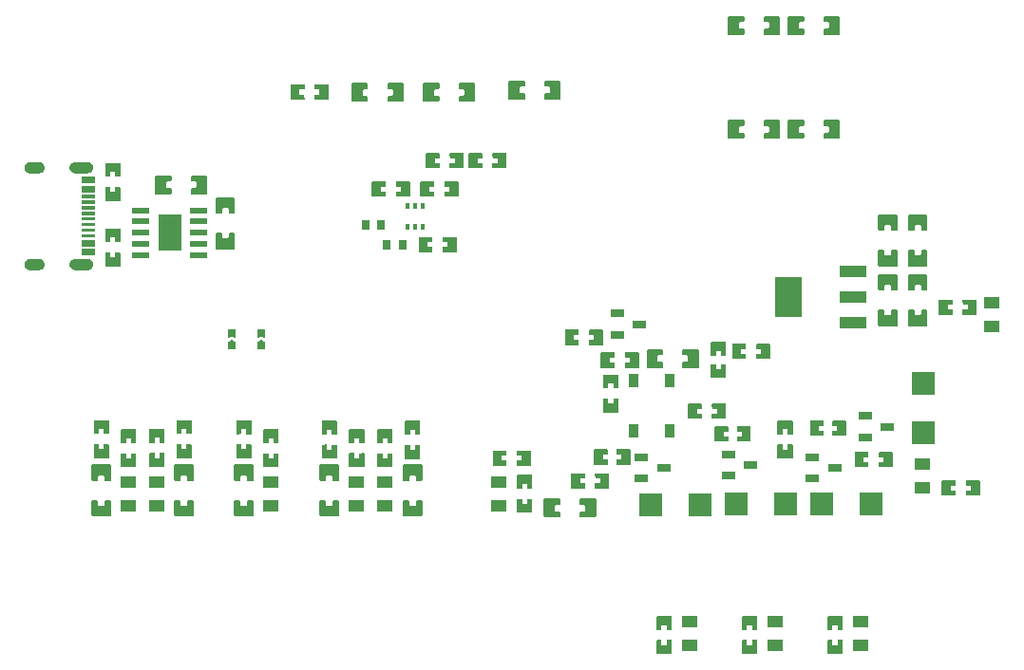
<source format=gtp>
G04 Layer: TopPasteMaskLayer*
G04 EasyEDA Pro v2.2.32.3, 2024-11-04 22:23:50*
G04 Gerber Generator version 0.3*
G04 Scale: 100 percent, Rotated: No, Reflected: No*
G04 Dimensions in millimeters*
G04 Leading zeros omitted, absolute positions, 3 integers and 5 decimals*
%FSLAX35Y35*%
%MOMM*%
%AMPolygonMacro1*4,1,5,-0.35052,0.41275,0.35052,0.41275,0.35052,-0.41275,0.0,-0.18669,-0.35052,-0.41275,-0.35052,0.41275,0*%
%AMPolygonMacro2*4,1,5,-0.35052,0.18669,0.0,0.41275,0.35052,0.18669,0.35052,-0.41275,-0.35052,-0.41275,-0.35052,0.18669,0*%
%ADD10R,1.64X0.55999*%
%ADD11R,2.1X3.29999*%
%ADD12R,0.8X0.9*%
%ADD13R,0.8X0.9*%
%ADD14R,0.41999X0.6*%
%ADD15R,0.41999X0.6*%
%ADD16R,1.39954X1.0*%
%ADD17R,1.39954X1.0*%
%ADD18R,2.46499X1.05001*%
%ADD19R,2.4641X3.54*%
%ADD20R,2.46499X3.54*%
%ADD21R,2.0X2.0*%
%ADD22R,1.25001X0.7*%
%ADD23R,2.0X2.0*%
%ADD24R,0.9X1.3*%
%ADD25PolygonMacro1*%
%ADD26PolygonMacro2*%
G75*


G04 PolygonModel Start*
G36*
G01X1672501Y-1714701D02*
G01X1672501Y-1677675D01*
G01X1682501Y-1667675D01*
G01X1712991Y-1667675D01*
G01X1722991Y-1657675D01*
G01X1722991Y-1618925D01*
G01X1712991Y-1608925D01*
G01X1682501Y-1608925D01*
G01X1672501Y-1598925D01*
G01X1672501Y-1561899D01*
G01X1682501Y-1551899D01*
G01X1811000Y-1551899D01*
G01X1821000Y-1561899D01*
G01X1821000Y-1714701D01*
G01X1811000Y-1724701D01*
G01X1682501Y-1724701D01*
G01X1672501Y-1714701D01*
G37*
G36*
G01X1502499Y-1714701D02*
G01X1502499Y-1677675D01*
G01X1492499Y-1667675D01*
G01X1462009Y-1667675D01*
G01X1452009Y-1657675D01*
G01X1452009Y-1618925D01*
G01X1462009Y-1608925D01*
G01X1492499Y-1608925D01*
G01X1502499Y-1598925D01*
G01X1502499Y-1561899D01*
G01X1492499Y-1551899D01*
G01X1364000Y-1551899D01*
G01X1354000Y-1561899D01*
G01X1354000Y-1714701D01*
G01X1364000Y-1724701D01*
G01X1492499Y-1724701D01*
G01X1502499Y-1714701D01*
G37*
G36*
G01X1904799Y-2066201D02*
G01X1941825Y-2066201D01*
G01X1951825Y-2076201D01*
G01X1951825Y-2106691D01*
G01X1961825Y-2116691D01*
G01X2000575Y-2116691D01*
G01X2010575Y-2106691D01*
G01X2010575Y-2076201D01*
G01X2020575Y-2066201D01*
G01X2057601Y-2066201D01*
G01X2067601Y-2076201D01*
G01X2067601Y-2204700D01*
G01X2057601Y-2214700D01*
G01X1904799Y-2214700D01*
G01X1894799Y-2204700D01*
G01X1894799Y-2076201D01*
G01X1904799Y-2066201D01*
G37*
G36*
G01X1904799Y-1896199D02*
G01X1941825Y-1896199D01*
G01X1951825Y-1886199D01*
G01X1951825Y-1855709D01*
G01X1961825Y-1845709D01*
G01X2000575Y-1845709D01*
G01X2010575Y-1855709D01*
G01X2010575Y-1886199D01*
G01X2020575Y-1896199D01*
G01X2057601Y-1896199D01*
G01X2067601Y-1886199D01*
G01X2067601Y-1757700D01*
G01X2057601Y-1747700D01*
G01X1904799Y-1747700D01*
G01X1894799Y-1757700D01*
G01X1894799Y-1886199D01*
G01X1904799Y-1896199D01*
G37*
G36*
G01X1041900Y-2367102D02*
G01X913902Y-2367102D01*
G01X908901Y-2362101D01*
G01X908901Y-2247100D01*
G01X913902Y-2242101D01*
G01X954905Y-2241598D01*
G01X954905Y-2286599D01*
G01X999904Y-2286599D01*
G01X999904Y-2242599D01*
G01X1041900Y-2242101D01*
G01X1046902Y-2247100D01*
G01X1046902Y-2362101D01*
G01X1041900Y-2367102D01*
G37*
G36*
G01X1041900Y-2152101D02*
G01X999904Y-2152099D01*
G01X999904Y-2107601D01*
G01X954905Y-2107601D01*
G01X954905Y-2151598D01*
G01X913902Y-2152101D01*
G01X908901Y-2147100D01*
G01X908901Y-2032102D01*
G01X913902Y-2027100D01*
G01X1041900Y-2027100D01*
G01X1046902Y-2032102D01*
G01X1046902Y-2147100D01*
G01X1041900Y-2152101D01*
G37*
G36*
G01X913900Y-1442898D02*
G01X1041898Y-1442898D01*
G01X1046899Y-1447899D01*
G01X1046899Y-1562900D01*
G01X1041898Y-1567899D01*
G01X1000895Y-1568402D01*
G01X1000895Y-1523401D01*
G01X955896Y-1523401D01*
G01X955896Y-1567401D01*
G01X913900Y-1567899D01*
G01X908898Y-1562900D01*
G01X908898Y-1447899D01*
G01X913900Y-1442898D01*
G37*
G36*
G01X913900Y-1657899D02*
G01X955896Y-1657901D01*
G01X955896Y-1702399D01*
G01X1000895Y-1702399D01*
G01X1000895Y-1658402D01*
G01X1041898Y-1657899D01*
G01X1046899Y-1662900D01*
G01X1046899Y-1777898D01*
G01X1041898Y-1782900D01*
G01X913900Y-1782900D01*
G01X908898Y-1777898D01*
G01X908898Y-1662900D01*
G01X913900Y-1657899D01*
G37*
G36*
G01X822681Y-1567706D02*
G01X822681Y-1627706D01*
G01X698678Y-1627706D01*
G01X698678Y-1567706D01*
G01X822681Y-1567706D01*
G37*
G36*
G01X822681Y-1647706D02*
G01X822681Y-1707711D01*
G01X698678Y-1707711D01*
G01X698678Y-1647706D01*
G01X822681Y-1647706D01*
G37*
G36*
G01X822681Y-1727708D02*
G01X822681Y-1757710D01*
G01X698678Y-1757710D01*
G01X698678Y-1727708D01*
G01X822681Y-1727708D01*
G37*
G36*
G01X822681Y-1777708D02*
G01X822681Y-1807710D01*
G01X698678Y-1807710D01*
G01X698678Y-1777708D01*
G01X822681Y-1777708D01*
G37*
G36*
G01X822681Y-1827708D02*
G01X822681Y-1857713D01*
G01X698678Y-1857713D01*
G01X698678Y-1827708D01*
G01X822681Y-1827708D01*
G37*
G36*
G01X822681Y-1877713D02*
G01X822681Y-1907713D01*
G01X698678Y-1907713D01*
G01X698678Y-1877713D01*
G01X822681Y-1877713D01*
G37*
G36*
G01X822681Y-1927713D02*
G01X822681Y-1957708D01*
G01X698678Y-1957708D01*
G01X698678Y-1927713D01*
G01X822681Y-1927713D01*
G37*
G36*
G01X822681Y-1977705D02*
G01X822681Y-2007705D01*
G01X698678Y-2007705D01*
G01X698678Y-1977705D01*
G01X822681Y-1977705D01*
G37*
G36*
G01X822681Y-2027705D02*
G01X822681Y-2057705D01*
G01X698678Y-2057705D01*
G01X698678Y-2027705D01*
G01X822681Y-2027705D01*
G37*
G36*
G01X822681Y-2077705D02*
G01X822681Y-2107705D01*
G01X698678Y-2107705D01*
G01X698678Y-2077705D01*
G01X822681Y-2077705D01*
G37*
G36*
G01X822681Y-2127705D02*
G01X822681Y-2187707D01*
G01X698678Y-2187707D01*
G01X698678Y-2127705D01*
G01X822681Y-2127705D01*
G37*
G36*
G01X822681Y-2207707D02*
G01X822681Y-2267707D01*
G01X698678Y-2267707D01*
G01X698678Y-2207707D01*
G01X822681Y-2207707D01*
G37*
G36*
G01X803562Y-1489438D02*
G01X803686Y-1486944D01*
G01X803686Y-1484450D01*
G01X803562Y-1481963D01*
G01X803311Y-1479481D01*
G01X802940Y-1477015D01*
G01X802447Y-1474574D01*
G01X801827Y-1472161D01*
G01X801096Y-1469774D01*
G01X800240Y-1467432D01*
G01X799275Y-1465138D01*
G01X798190Y-1462890D01*
G01X797001Y-1460703D01*
G01X795703Y-1458575D01*
G01X794299Y-1456515D01*
G01X792787Y-1454526D01*
G01X791187Y-1452613D01*
G01X789493Y-1450787D01*
G01X787710Y-1449050D01*
G01X785838Y-1447394D01*
G01X783890Y-1445842D01*
G01X781868Y-1444389D01*
G01X779772Y-1443037D01*
G01X777613Y-1441790D01*
G01X775393Y-1440650D01*
G01X773120Y-1439626D01*
G01X770801Y-1438714D01*
G01X768436Y-1437924D01*
G01X766039Y-1437246D01*
G01X763610Y-1436687D01*
G01X761152Y-1436258D01*
G01X758678Y-1435948D01*
G01X756194Y-1435763D01*
G01X753699Y-1435699D01*
G01X643697Y-1435699D01*
G01X641208Y-1435763D01*
G01X638719Y-1435948D01*
G01X636242Y-1436258D01*
G01X633791Y-1436687D01*
G01X631363Y-1437246D01*
G01X628960Y-1437924D01*
G01X626595Y-1438714D01*
G01X624276Y-1439626D01*
G01X622000Y-1440650D01*
G01X619788Y-1441790D01*
G01X617629Y-1443037D01*
G01X615533Y-1444389D01*
G01X613507Y-1445842D01*
G01X611556Y-1447394D01*
G01X609691Y-1449050D01*
G01X607901Y-1450787D01*
G01X606209Y-1452613D01*
G01X604609Y-1454526D01*
G01X603103Y-1456515D01*
G01X601698Y-1458575D01*
G01X600395Y-1460703D01*
G01X599204Y-1462890D01*
G01X598119Y-1465138D01*
G01X597154Y-1467432D01*
G01X596301Y-1469774D01*
G01X595567Y-1472161D01*
G01X594949Y-1474574D01*
G01X594457Y-1477015D01*
G01X594086Y-1479481D01*
G01X593839Y-1481963D01*
G01X593715Y-1484450D01*
G01X593715Y-1486944D01*
G01X593839Y-1489438D01*
G01X594086Y-1491920D01*
G01X594457Y-1494384D01*
G01X594949Y-1496825D01*
G01X595567Y-1499240D01*
G01X596301Y-1501620D01*
G01X597154Y-1503967D01*
G01X598119Y-1506263D01*
G01X599204Y-1508514D01*
G01X600395Y-1510701D01*
G01X601698Y-1512824D01*
G01X603103Y-1514886D01*
G01X604609Y-1516873D01*
G01X606209Y-1518785D01*
G01X607901Y-1520612D01*
G01X609691Y-1522349D01*
G01X611556Y-1524000D01*
G01X613507Y-1525557D01*
G01X615533Y-1527015D01*
G01X617629Y-1528366D01*
G01X619788Y-1529611D01*
G01X622000Y-1530749D01*
G01X624276Y-1531772D01*
G01X626595Y-1532684D01*
G01X628960Y-1533479D01*
G01X631363Y-1534152D01*
G01X633791Y-1534706D01*
G01X636242Y-1535140D01*
G01X638719Y-1535453D01*
G01X641208Y-1535638D01*
G01X643697Y-1535699D01*
G01X753699Y-1535699D01*
G01X756194Y-1535638D01*
G01X758678Y-1535453D01*
G01X761152Y-1535140D01*
G01X763610Y-1534706D01*
G01X766039Y-1534152D01*
G01X768436Y-1533479D01*
G01X770801Y-1532684D01*
G01X773120Y-1531772D01*
G01X775393Y-1530749D01*
G01X777613Y-1529611D01*
G01X779772Y-1528366D01*
G01X781868Y-1527015D01*
G01X783890Y-1525557D01*
G01X785838Y-1524000D01*
G01X787710Y-1522349D01*
G01X789493Y-1520612D01*
G01X791187Y-1518785D01*
G01X792787Y-1516873D01*
G01X794299Y-1514886D01*
G01X795703Y-1512824D01*
G01X797001Y-1510701D01*
G01X798190Y-1508514D01*
G01X799275Y-1506263D01*
G01X800240Y-1503967D01*
G01X801096Y-1501620D01*
G01X801827Y-1499240D01*
G01X802447Y-1496825D01*
G01X802940Y-1494384D01*
G01X803311Y-1491920D01*
G01X803562Y-1489438D01*
G37*
G36*
G01X370556Y-1489438D02*
G01X370677Y-1486944D01*
G01X370677Y-1484450D01*
G01X370556Y-1481963D01*
G01X370302Y-1479481D01*
G01X369933Y-1477015D01*
G01X369438Y-1474574D01*
G01X368826Y-1472161D01*
G01X368089Y-1469774D01*
G01X367238Y-1467432D01*
G01X366268Y-1465138D01*
G01X365189Y-1462890D01*
G01X363995Y-1460703D01*
G01X362694Y-1458575D01*
G01X361290Y-1456515D01*
G01X359786Y-1454526D01*
G01X358178Y-1452613D01*
G01X356486Y-1450787D01*
G01X354703Y-1449050D01*
G01X352831Y-1447394D01*
G01X350883Y-1445842D01*
G01X348859Y-1444389D01*
G01X346766Y-1443037D01*
G01X344604Y-1441790D01*
G01X342387Y-1440650D01*
G01X340114Y-1439626D01*
G01X337792Y-1438714D01*
G01X335427Y-1437924D01*
G01X333030Y-1437246D01*
G01X330601Y-1436687D01*
G01X328145Y-1436258D01*
G01X325669Y-1435948D01*
G01X323185Y-1435763D01*
G01X320693Y-1435699D01*
G01X240690Y-1435699D01*
G01X238196Y-1435763D01*
G01X235712Y-1435948D01*
G01X233238Y-1436258D01*
G01X230782Y-1436687D01*
G01X228351Y-1437246D01*
G01X225953Y-1437924D01*
G01X223589Y-1438714D01*
G01X221270Y-1439626D01*
G01X218996Y-1440650D01*
G01X216776Y-1441790D01*
G01X214622Y-1443037D01*
G01X212522Y-1444389D01*
G01X210500Y-1445842D01*
G01X208552Y-1447394D01*
G01X206685Y-1449050D01*
G01X204897Y-1450787D01*
G01X203203Y-1452613D01*
G01X201602Y-1454526D01*
G01X200094Y-1456515D01*
G01X198689Y-1458575D01*
G01X197388Y-1460703D01*
G01X196200Y-1462890D01*
G01X195115Y-1465138D01*
G01X194150Y-1467432D01*
G01X193294Y-1469774D01*
G01X192562Y-1472161D01*
G01X191945Y-1474574D01*
G01X191450Y-1477015D01*
G01X191079Y-1479481D01*
G01X190833Y-1481963D01*
G01X190706Y-1484450D01*
G01X190706Y-1486944D01*
G01X190833Y-1489438D01*
G01X191079Y-1491920D01*
G01X191450Y-1494384D01*
G01X191945Y-1496825D01*
G01X192562Y-1499240D01*
G01X193294Y-1501620D01*
G01X194150Y-1503967D01*
G01X195115Y-1506263D01*
G01X196200Y-1508514D01*
G01X197388Y-1510701D01*
G01X198689Y-1512824D01*
G01X200094Y-1514886D01*
G01X201602Y-1516873D01*
G01X203203Y-1518785D01*
G01X204897Y-1520612D01*
G01X206685Y-1522349D01*
G01X208552Y-1524000D01*
G01X210500Y-1525557D01*
G01X212522Y-1527015D01*
G01X214622Y-1528366D01*
G01X216776Y-1529611D01*
G01X218996Y-1530749D01*
G01X221270Y-1531772D01*
G01X223589Y-1532684D01*
G01X225953Y-1533479D01*
G01X228351Y-1534152D01*
G01X230782Y-1534706D01*
G01X233238Y-1535140D01*
G01X235712Y-1535453D01*
G01X238196Y-1535638D01*
G01X240690Y-1535699D01*
G01X320693Y-1535699D01*
G01X323185Y-1535638D01*
G01X325669Y-1535453D01*
G01X328145Y-1535140D01*
G01X330601Y-1534706D01*
G01X333030Y-1534152D01*
G01X335427Y-1533479D01*
G01X337792Y-1532684D01*
G01X340114Y-1531772D01*
G01X342387Y-1530749D01*
G01X344604Y-1529611D01*
G01X346766Y-1528366D01*
G01X348859Y-1527015D01*
G01X350883Y-1525557D01*
G01X352831Y-1524000D01*
G01X354703Y-1522349D01*
G01X356486Y-1520612D01*
G01X358178Y-1518785D01*
G01X359786Y-1516873D01*
G01X361290Y-1514886D01*
G01X362694Y-1512824D01*
G01X363995Y-1510701D01*
G01X365189Y-1508514D01*
G01X366268Y-1506263D01*
G01X367238Y-1503967D01*
G01X368089Y-1501620D01*
G01X368826Y-1499240D01*
G01X369438Y-1496825D01*
G01X369933Y-1494384D01*
G01X370302Y-1491920D01*
G01X370556Y-1489438D01*
G37*
G36*
G01X803562Y-2353445D02*
G01X803686Y-2350950D01*
G01X803686Y-2348461D01*
G01X803562Y-2345972D01*
G01X803311Y-2343490D01*
G01X802940Y-2341027D01*
G01X802447Y-2338583D01*
G01X801827Y-2336165D01*
G01X801096Y-2333785D01*
G01X800240Y-2331438D01*
G01X799275Y-2329142D01*
G01X798190Y-2326891D01*
G01X797001Y-2324710D01*
G01X795703Y-2322581D01*
G01X794299Y-2320519D01*
G01X792787Y-2318532D01*
G01X791187Y-2316620D01*
G01X789493Y-2314796D01*
G01X787710Y-2313056D01*
G01X785838Y-2311400D01*
G01X783890Y-2309851D01*
G01X781868Y-2308390D01*
G01X779772Y-2307041D01*
G01X777613Y-2305797D01*
G01X775393Y-2304656D01*
G01X773120Y-2303635D01*
G01X770801Y-2302723D01*
G01X768436Y-2301926D01*
G01X766039Y-2301253D01*
G01X763610Y-2300699D01*
G01X761152Y-2300265D01*
G01X758678Y-2299957D01*
G01X756194Y-2299767D01*
G01X753699Y-2299708D01*
G01X643697Y-2299708D01*
G01X641208Y-2299767D01*
G01X638719Y-2299957D01*
G01X636242Y-2300265D01*
G01X633791Y-2300699D01*
G01X631363Y-2301253D01*
G01X628960Y-2301926D01*
G01X626595Y-2302723D01*
G01X624276Y-2303635D01*
G01X622000Y-2304656D01*
G01X619788Y-2305797D01*
G01X617629Y-2307041D01*
G01X615533Y-2308390D01*
G01X613507Y-2309851D01*
G01X611556Y-2311400D01*
G01X609691Y-2313056D01*
G01X607901Y-2314796D01*
G01X606209Y-2316620D01*
G01X604609Y-2318532D01*
G01X603103Y-2320519D01*
G01X601698Y-2322581D01*
G01X600395Y-2324710D01*
G01X599204Y-2326891D01*
G01X598119Y-2329142D01*
G01X597154Y-2331438D01*
G01X596301Y-2333785D01*
G01X595567Y-2336165D01*
G01X594949Y-2338583D01*
G01X594457Y-2341027D01*
G01X594086Y-2343490D01*
G01X593839Y-2345972D01*
G01X593715Y-2348461D01*
G01X593715Y-2350950D01*
G01X593839Y-2353445D01*
G01X594086Y-2355924D01*
G01X594457Y-2358390D01*
G01X594949Y-2360833D01*
G01X595567Y-2363244D01*
G01X596301Y-2365626D01*
G01X597154Y-2367973D01*
G01X598119Y-2370272D01*
G01X599204Y-2372517D01*
G01X600395Y-2374709D01*
G01X601698Y-2376830D01*
G01X603103Y-2378890D01*
G01X604609Y-2380879D01*
G01X606209Y-2382792D01*
G01X607901Y-2384621D01*
G01X609691Y-2386355D01*
G01X611556Y-2388011D01*
G01X613507Y-2389563D01*
G01X615533Y-2391019D01*
G01X617629Y-2392368D01*
G01X619788Y-2393620D01*
G01X622000Y-2394755D01*
G01X624276Y-2395781D01*
G01X626595Y-2396691D01*
G01X628960Y-2397483D01*
G01X631363Y-2398159D01*
G01X633791Y-2398712D01*
G01X636242Y-2399147D01*
G01X638719Y-2399459D01*
G01X641208Y-2399642D01*
G01X643697Y-2399706D01*
G01X753699Y-2399706D01*
G01X756194Y-2399642D01*
G01X758678Y-2399459D01*
G01X761152Y-2399147D01*
G01X763610Y-2398712D01*
G01X766039Y-2398159D01*
G01X768436Y-2397483D01*
G01X770801Y-2396691D01*
G01X773120Y-2395781D01*
G01X775393Y-2394755D01*
G01X777613Y-2393620D01*
G01X779772Y-2392368D01*
G01X781868Y-2391019D01*
G01X783890Y-2389563D01*
G01X785838Y-2388011D01*
G01X787710Y-2386355D01*
G01X789493Y-2384621D01*
G01X791187Y-2382792D01*
G01X792787Y-2380879D01*
G01X794299Y-2378890D01*
G01X795703Y-2376830D01*
G01X797001Y-2374709D01*
G01X798190Y-2372517D01*
G01X799275Y-2370272D01*
G01X800240Y-2367973D01*
G01X801096Y-2365626D01*
G01X801827Y-2363244D01*
G01X802447Y-2360833D01*
G01X802940Y-2358390D01*
G01X803311Y-2355924D01*
G01X803562Y-2353445D01*
G37*
G36*
G01X370556Y-2353445D02*
G01X370677Y-2350950D01*
G01X370677Y-2348461D01*
G01X370556Y-2345972D01*
G01X370302Y-2343490D01*
G01X369933Y-2341027D01*
G01X369438Y-2338583D01*
G01X368826Y-2336165D01*
G01X368089Y-2333785D01*
G01X367238Y-2331438D01*
G01X366268Y-2329142D01*
G01X365189Y-2326891D01*
G01X363995Y-2324710D01*
G01X362694Y-2322581D01*
G01X361290Y-2320519D01*
G01X359786Y-2318532D01*
G01X358178Y-2316620D01*
G01X356486Y-2314796D01*
G01X354703Y-2313056D01*
G01X352831Y-2311400D01*
G01X350883Y-2309851D01*
G01X348859Y-2308390D01*
G01X346766Y-2307041D01*
G01X344604Y-2305797D01*
G01X342387Y-2304656D01*
G01X340114Y-2303635D01*
G01X337792Y-2302723D01*
G01X335427Y-2301926D01*
G01X333030Y-2301253D01*
G01X330601Y-2300699D01*
G01X328145Y-2300265D01*
G01X325669Y-2299957D01*
G01X323185Y-2299767D01*
G01X320693Y-2299708D01*
G01X240690Y-2299708D01*
G01X238196Y-2299767D01*
G01X235712Y-2299957D01*
G01X233238Y-2300265D01*
G01X230782Y-2300699D01*
G01X228351Y-2301253D01*
G01X225953Y-2301926D01*
G01X223589Y-2302723D01*
G01X221270Y-2303635D01*
G01X218996Y-2304656D01*
G01X216776Y-2305797D01*
G01X214622Y-2307041D01*
G01X212522Y-2308390D01*
G01X210500Y-2309851D01*
G01X208552Y-2311400D01*
G01X206685Y-2313056D01*
G01X204897Y-2314796D01*
G01X203203Y-2316620D01*
G01X201602Y-2318532D01*
G01X200094Y-2320519D01*
G01X198689Y-2322581D01*
G01X197388Y-2324710D01*
G01X196200Y-2326891D01*
G01X195115Y-2329142D01*
G01X194150Y-2331438D01*
G01X193294Y-2333785D01*
G01X192562Y-2336165D01*
G01X191945Y-2338583D01*
G01X191450Y-2341027D01*
G01X191079Y-2343490D01*
G01X190833Y-2345972D01*
G01X190706Y-2348461D01*
G01X190706Y-2350950D01*
G01X190833Y-2353445D01*
G01X191079Y-2355924D01*
G01X191450Y-2358390D01*
G01X191945Y-2360833D01*
G01X192562Y-2363244D01*
G01X193294Y-2365626D01*
G01X194150Y-2367973D01*
G01X195115Y-2370272D01*
G01X196200Y-2372517D01*
G01X197388Y-2374709D01*
G01X198689Y-2376830D01*
G01X200094Y-2378890D01*
G01X201602Y-2380879D01*
G01X203203Y-2382792D01*
G01X204897Y-2384621D01*
G01X206685Y-2386355D01*
G01X208552Y-2388011D01*
G01X210500Y-2389563D01*
G01X212522Y-2391019D01*
G01X214622Y-2392368D01*
G01X216776Y-2393620D01*
G01X218996Y-2394755D01*
G01X221270Y-2395781D01*
G01X223589Y-2396691D01*
G01X225953Y-2397483D01*
G01X228351Y-2398159D01*
G01X230782Y-2398712D01*
G01X233238Y-2399147D01*
G01X235712Y-2399459D01*
G01X238196Y-2399642D01*
G01X240690Y-2399706D01*
G01X320693Y-2399706D01*
G01X323185Y-2399642D01*
G01X325669Y-2399459D01*
G01X328145Y-2399147D01*
G01X330601Y-2398712D01*
G01X333030Y-2398159D01*
G01X335427Y-2397483D01*
G01X337792Y-2396691D01*
G01X340114Y-2395781D01*
G01X342387Y-2394755D01*
G01X344604Y-2393620D01*
G01X346766Y-2392368D01*
G01X348859Y-2391019D01*
G01X350883Y-2389563D01*
G01X352831Y-2388011D01*
G01X354703Y-2386355D01*
G01X356486Y-2384621D01*
G01X358178Y-2382792D01*
G01X359786Y-2380879D01*
G01X361290Y-2378890D01*
G01X362694Y-2376830D01*
G01X363995Y-2374709D01*
G01X365189Y-2372517D01*
G01X366268Y-2370272D01*
G01X367238Y-2367973D01*
G01X368089Y-2365626D01*
G01X368826Y-2363244D01*
G01X369438Y-2360833D01*
G01X369933Y-2358390D01*
G01X370302Y-2355924D01*
G01X370556Y-2353445D01*
G37*
G36*
G01X3703498Y-2235700D02*
G01X3703498Y-2107702D01*
G01X3708499Y-2102701D01*
G01X3823500Y-2102701D01*
G01X3828499Y-2107702D01*
G01X3829002Y-2148705D01*
G01X3784001Y-2148705D01*
G01X3784001Y-2193704D01*
G01X3828001Y-2193704D01*
G01X3828499Y-2235700D01*
G01X3823500Y-2240702D01*
G01X3708499Y-2240702D01*
G01X3703498Y-2235700D01*
G37*
G36*
G01X3918499Y-2235700D02*
G01X3918501Y-2193704D01*
G01X3962999Y-2193704D01*
G01X3962999Y-2148705D01*
G01X3919002Y-2148705D01*
G01X3918499Y-2107702D01*
G01X3923500Y-2102701D01*
G01X4038498Y-2102701D01*
G01X4043500Y-2107702D01*
G01X4043500Y-2235700D01*
G01X4038498Y-2240702D01*
G01X3923500Y-2240702D01*
G01X3918499Y-2235700D01*
G37*
G36*
G01X3626940Y-1612412D02*
G01X3626940Y-1740411D01*
G01X3621938Y-1745412D01*
G01X3506937Y-1745412D01*
G01X3501939Y-1740411D01*
G01X3501436Y-1699407D01*
G01X3546437Y-1699407D01*
G01X3546437Y-1654409D01*
G01X3502436Y-1654409D01*
G01X3501939Y-1612412D01*
G01X3506937Y-1607411D01*
G01X3621938Y-1607411D01*
G01X3626940Y-1612412D01*
G37*
G36*
G01X3411939Y-1612412D02*
G01X3411936Y-1654409D01*
G01X3367438Y-1654409D01*
G01X3367438Y-1699407D01*
G01X3411436Y-1699407D01*
G01X3411939Y-1740411D01*
G01X3406938Y-1745412D01*
G01X3291939Y-1745412D01*
G01X3286938Y-1740411D01*
G01X3286938Y-1612412D01*
G01X3291939Y-1607411D01*
G01X3406938Y-1607411D01*
G01X3411939Y-1612412D01*
G37*
G36*
G01X3718735Y-1740413D02*
G01X3718735Y-1612415D01*
G01X3723737Y-1607414D01*
G01X3838738Y-1607414D01*
G01X3843736Y-1612415D01*
G01X3844239Y-1653418D01*
G01X3799238Y-1653418D01*
G01X3799238Y-1698417D01*
G01X3843238Y-1698417D01*
G01X3843736Y-1740413D01*
G01X3838738Y-1745414D01*
G01X3723737Y-1745414D01*
G01X3718735Y-1740413D01*
G37*
G36*
G01X3933736Y-1740413D02*
G01X3933739Y-1698417D01*
G01X3978237Y-1698417D01*
G01X3978237Y-1653418D01*
G01X3934239Y-1653418D01*
G01X3933736Y-1612415D01*
G01X3938737Y-1607414D01*
G01X4053736Y-1607414D01*
G01X4058737Y-1612415D01*
G01X4058737Y-1740413D01*
G01X4053736Y-1745414D01*
G01X3938737Y-1745414D01*
G01X3933736Y-1740413D01*
G37*
G36*
G01X7480800Y-5824703D02*
G01X7352802Y-5824703D01*
G01X7347801Y-5819701D01*
G01X7347801Y-5704700D01*
G01X7352802Y-5699702D01*
G01X7393805Y-5699199D01*
G01X7393805Y-5744200D01*
G01X7438804Y-5744200D01*
G01X7438804Y-5700199D01*
G01X7480800Y-5699702D01*
G01X7485802Y-5704700D01*
G01X7485802Y-5819701D01*
G01X7480800Y-5824703D01*
G37*
G36*
G01X7480800Y-5609702D02*
G01X7438804Y-5609699D01*
G01X7438804Y-5565201D01*
G01X7393805Y-5565201D01*
G01X7393805Y-5609199D01*
G01X7352802Y-5609702D01*
G01X7347801Y-5604700D01*
G01X7347801Y-5489702D01*
G01X7352802Y-5484701D01*
G01X7480800Y-5484701D01*
G01X7485802Y-5489702D01*
G01X7485802Y-5604700D01*
G01X7480800Y-5609702D01*
G37*
G36*
G01X6777592Y-1219684D02*
G01X6777592Y-1182658D01*
G01X6787592Y-1172658D01*
G01X6818083Y-1172658D01*
G01X6828083Y-1162658D01*
G01X6828083Y-1123908D01*
G01X6818083Y-1113908D01*
G01X6787592Y-1113908D01*
G01X6777592Y-1103908D01*
G01X6777592Y-1066883D01*
G01X6787592Y-1056883D01*
G01X6916091Y-1056883D01*
G01X6926091Y-1066883D01*
G01X6926091Y-1219684D01*
G01X6916091Y-1229684D01*
G01X6787592Y-1229684D01*
G01X6777592Y-1219684D01*
G37*
G36*
G01X6607590Y-1219684D02*
G01X6607590Y-1182658D01*
G01X6597590Y-1172658D01*
G01X6567100Y-1172658D01*
G01X6557100Y-1162658D01*
G01X6557100Y-1123908D01*
G01X6567100Y-1113908D01*
G01X6597590Y-1113908D01*
G01X6607590Y-1103908D01*
G01X6607590Y-1066883D01*
G01X6597590Y-1056883D01*
G01X6469092Y-1056883D01*
G01X6459092Y-1066883D01*
G01X6459092Y-1219684D01*
G01X6469092Y-1229684D01*
G01X6597590Y-1229684D01*
G01X6607590Y-1219684D01*
G37*
G36*
G01X7140990Y-139783D02*
G01X7140990Y-176808D01*
G01X7130990Y-186808D01*
G01X7100500Y-186808D01*
G01X7090500Y-196808D01*
G01X7090500Y-235558D01*
G01X7100500Y-245558D01*
G01X7130990Y-245558D01*
G01X7140990Y-255558D01*
G01X7140990Y-292584D01*
G01X7130990Y-302584D01*
G01X7002492Y-302584D01*
G01X6992492Y-292584D01*
G01X6992492Y-139783D01*
G01X7002492Y-129783D01*
G01X7130990Y-129783D01*
G01X7140990Y-139783D01*
G37*
G36*
G01X7310992Y-139783D02*
G01X7310992Y-176808D01*
G01X7320992Y-186808D01*
G01X7351483Y-186808D01*
G01X7361483Y-196808D01*
G01X7361483Y-235558D01*
G01X7351483Y-245558D01*
G01X7320992Y-245558D01*
G01X7310992Y-255558D01*
G01X7310992Y-292584D01*
G01X7320992Y-302584D01*
G01X7449491Y-302584D01*
G01X7459491Y-292584D01*
G01X7459491Y-139783D01*
G01X7449491Y-129783D01*
G01X7320992Y-129783D01*
G01X7310992Y-139783D01*
G37*
G36*
G01X7310992Y-1219684D02*
G01X7310992Y-1182658D01*
G01X7320992Y-1172658D01*
G01X7351483Y-1172658D01*
G01X7361483Y-1162658D01*
G01X7361483Y-1123908D01*
G01X7351483Y-1113908D01*
G01X7320992Y-1113908D01*
G01X7310992Y-1103908D01*
G01X7310992Y-1066883D01*
G01X7320992Y-1056883D01*
G01X7449491Y-1056883D01*
G01X7459491Y-1066883D01*
G01X7459491Y-1219684D01*
G01X7449491Y-1229684D01*
G01X7320992Y-1229684D01*
G01X7310992Y-1219684D01*
G37*
G36*
G01X7140990Y-1219684D02*
G01X7140990Y-1182658D01*
G01X7130990Y-1172658D01*
G01X7100500Y-1172658D01*
G01X7090500Y-1162658D01*
G01X7090500Y-1123908D01*
G01X7100500Y-1113908D01*
G01X7130990Y-1113908D01*
G01X7140990Y-1103908D01*
G01X7140990Y-1066883D01*
G01X7130990Y-1056883D01*
G01X7002492Y-1056883D01*
G01X6992492Y-1066883D01*
G01X6992492Y-1219684D01*
G01X7002492Y-1229684D01*
G01X7130990Y-1229684D01*
G01X7140990Y-1219684D01*
G37*
G36*
G01X6777598Y-292584D02*
G01X6777598Y-255558D01*
G01X6787598Y-245558D01*
G01X6818088Y-245558D01*
G01X6828088Y-235558D01*
G01X6828088Y-196808D01*
G01X6818088Y-186808D01*
G01X6787598Y-186808D01*
G01X6777598Y-176808D01*
G01X6777598Y-139783D01*
G01X6787598Y-129783D01*
G01X6916096Y-129783D01*
G01X6926096Y-139783D01*
G01X6926096Y-292584D01*
G01X6916096Y-302584D01*
G01X6787598Y-302584D01*
G01X6777598Y-292584D01*
G37*
G36*
G01X6607595Y-292584D02*
G01X6607595Y-255558D01*
G01X6597595Y-245558D01*
G01X6567105Y-245558D01*
G01X6557105Y-235558D01*
G01X6557105Y-196808D01*
G01X6567105Y-186808D01*
G01X6597595Y-186808D01*
G01X6607595Y-176808D01*
G01X6607595Y-139783D01*
G01X6597595Y-129783D01*
G01X6469097Y-129783D01*
G01X6459097Y-139783D01*
G01X6459097Y-292584D01*
G01X6469097Y-302584D01*
G01X6597595Y-302584D01*
G01X6607595Y-292584D01*
G37*
G36*
G01X4060101Y-889201D02*
G01X4060101Y-852175D01*
G01X4070101Y-842175D01*
G01X4100591Y-842175D01*
G01X4110591Y-832175D01*
G01X4110591Y-793425D01*
G01X4100591Y-783425D01*
G01X4070101Y-783425D01*
G01X4060101Y-773425D01*
G01X4060101Y-736399D01*
G01X4070101Y-726399D01*
G01X4198600Y-726399D01*
G01X4208600Y-736399D01*
G01X4208600Y-889201D01*
G01X4198600Y-899201D01*
G01X4070101Y-899201D01*
G01X4060101Y-889201D01*
G37*
G36*
G01X3890099Y-889201D02*
G01X3890099Y-852175D01*
G01X3880099Y-842175D01*
G01X3849609Y-842175D01*
G01X3839609Y-832175D01*
G01X3839609Y-793425D01*
G01X3849609Y-783425D01*
G01X3880099Y-783425D01*
G01X3890099Y-773425D01*
G01X3890099Y-736399D01*
G01X3880099Y-726399D01*
G01X3751600Y-726399D01*
G01X3741600Y-736399D01*
G01X3741600Y-889201D01*
G01X3751600Y-899201D01*
G01X3880099Y-899201D01*
G01X3890099Y-889201D01*
G37*
G36*
G01X4107002Y-1358400D02*
G01X4107002Y-1486398D01*
G01X4102001Y-1491399D01*
G01X3987000Y-1491399D01*
G01X3982001Y-1486398D01*
G01X3981498Y-1445395D01*
G01X4026499Y-1445395D01*
G01X4026499Y-1400396D01*
G01X3982499Y-1400396D01*
G01X3982001Y-1358400D01*
G01X3987000Y-1353398D01*
G01X4102001Y-1353398D01*
G01X4107002Y-1358400D01*
G37*
G36*
G01X3892001Y-1358400D02*
G01X3891999Y-1400396D01*
G01X3847501Y-1400396D01*
G01X3847501Y-1445395D01*
G01X3891498Y-1445395D01*
G01X3892001Y-1486398D01*
G01X3887000Y-1491399D01*
G01X3772002Y-1491399D01*
G01X3767000Y-1486398D01*
G01X3767000Y-1358400D01*
G01X3772002Y-1353398D01*
G01X3887000Y-1353398D01*
G01X3892001Y-1358400D01*
G37*
G36*
G01X8076999Y-2218601D02*
G01X8114025Y-2218601D01*
G01X8124025Y-2228601D01*
G01X8124025Y-2259091D01*
G01X8134025Y-2269091D01*
G01X8172775Y-2269091D01*
G01X8182775Y-2259091D01*
G01X8182775Y-2228601D01*
G01X8192775Y-2218601D01*
G01X8229801Y-2218601D01*
G01X8239801Y-2228601D01*
G01X8239801Y-2357100D01*
G01X8229801Y-2367100D01*
G01X8076999Y-2367100D01*
G01X8066999Y-2357100D01*
G01X8066999Y-2228601D01*
G01X8076999Y-2218601D01*
G37*
G36*
G01X8076999Y-2048599D02*
G01X8114025Y-2048599D01*
G01X8124025Y-2038599D01*
G01X8124025Y-2008109D01*
G01X8134025Y-1998109D01*
G01X8172775Y-1998109D01*
G01X8182775Y-2008109D01*
G01X8182775Y-2038599D01*
G01X8192775Y-2048599D01*
G01X8229801Y-2048599D01*
G01X8239801Y-2038599D01*
G01X8239801Y-1910100D01*
G01X8229801Y-1900100D01*
G01X8076999Y-1900100D01*
G01X8066999Y-1910100D01*
G01X8066999Y-2038599D01*
G01X8076999Y-2048599D01*
G37*
G36*
G01X8229801Y-2581999D02*
G01X8192775Y-2581999D01*
G01X8182775Y-2571999D01*
G01X8182775Y-2541509D01*
G01X8172775Y-2531509D01*
G01X8134025Y-2531509D01*
G01X8124025Y-2541509D01*
G01X8124025Y-2571999D01*
G01X8114025Y-2581999D01*
G01X8076999Y-2581999D01*
G01X8066999Y-2571999D01*
G01X8066999Y-2443500D01*
G01X8076999Y-2433500D01*
G01X8229801Y-2433500D01*
G01X8239801Y-2443500D01*
G01X8239801Y-2571999D01*
G01X8229801Y-2581999D01*
G37*
G36*
G01X8229801Y-2752001D02*
G01X8192775Y-2752001D01*
G01X8182775Y-2762001D01*
G01X8182775Y-2792491D01*
G01X8172775Y-2802491D01*
G01X8134025Y-2802491D01*
G01X8124025Y-2792491D01*
G01X8124025Y-2762001D01*
G01X8114025Y-2752001D01*
G01X8076999Y-2752001D01*
G01X8066999Y-2762001D01*
G01X8066999Y-2890500D01*
G01X8076999Y-2900500D01*
G01X8229801Y-2900500D01*
G01X8239801Y-2890500D01*
G01X8239801Y-2762001D01*
G01X8229801Y-2752001D01*
G37*
G36*
G01X7810299Y-2218601D02*
G01X7847325Y-2218601D01*
G01X7857325Y-2228601D01*
G01X7857325Y-2259091D01*
G01X7867325Y-2269091D01*
G01X7906075Y-2269091D01*
G01X7916075Y-2259091D01*
G01X7916075Y-2228601D01*
G01X7926075Y-2218601D01*
G01X7963101Y-2218601D01*
G01X7973101Y-2228601D01*
G01X7973101Y-2357100D01*
G01X7963101Y-2367100D01*
G01X7810299Y-2367100D01*
G01X7800299Y-2357100D01*
G01X7800299Y-2228601D01*
G01X7810299Y-2218601D01*
G37*
G36*
G01X7810299Y-2048599D02*
G01X7847325Y-2048599D01*
G01X7857325Y-2038599D01*
G01X7857325Y-2008109D01*
G01X7867325Y-1998109D01*
G01X7906075Y-1998109D01*
G01X7916075Y-2008109D01*
G01X7916075Y-2038599D01*
G01X7926075Y-2048599D01*
G01X7963101Y-2048599D01*
G01X7973101Y-2038599D01*
G01X7973101Y-1910100D01*
G01X7963101Y-1900100D01*
G01X7810299Y-1900100D01*
G01X7800299Y-1910100D01*
G01X7800299Y-2038599D01*
G01X7810299Y-2048599D01*
G37*
G36*
G01X7963101Y-2581999D02*
G01X7926075Y-2581999D01*
G01X7916075Y-2571999D01*
G01X7916075Y-2541509D01*
G01X7906075Y-2531509D01*
G01X7867325Y-2531509D01*
G01X7857325Y-2541509D01*
G01X7857325Y-2571999D01*
G01X7847325Y-2581999D01*
G01X7810299Y-2581999D01*
G01X7800299Y-2571999D01*
G01X7800299Y-2443500D01*
G01X7810299Y-2433500D01*
G01X7963101Y-2433500D01*
G01X7973101Y-2443500D01*
G01X7973101Y-2571999D01*
G01X7963101Y-2581999D01*
G37*
G36*
G01X7963101Y-2752001D02*
G01X7926075Y-2752001D01*
G01X7916075Y-2762001D01*
G01X7916075Y-2792491D01*
G01X7906075Y-2802491D01*
G01X7867325Y-2802491D01*
G01X7857325Y-2792491D01*
G01X7857325Y-2762001D01*
G01X7847325Y-2752001D01*
G01X7810299Y-2752001D01*
G01X7800299Y-2762001D01*
G01X7800299Y-2890500D01*
G01X7810299Y-2900500D01*
G01X7963101Y-2900500D01*
G01X7973101Y-2890500D01*
G01X7973101Y-2762001D01*
G01X7963101Y-2752001D01*
G37*
G36*
G01X8679002Y-2666500D02*
G01X8679002Y-2794498D01*
G01X8674001Y-2799499D01*
G01X8559000Y-2799499D01*
G01X8554001Y-2794498D01*
G01X8553498Y-2753495D01*
G01X8598499Y-2753495D01*
G01X8598499Y-2708496D01*
G01X8554499Y-2708496D01*
G01X8554001Y-2666500D01*
G01X8559000Y-2661498D01*
G01X8674001Y-2661498D01*
G01X8679002Y-2666500D01*
G37*
G36*
G01X8464001Y-2666500D02*
G01X8463999Y-2708496D01*
G01X8419501Y-2708496D01*
G01X8419501Y-2753495D01*
G01X8463498Y-2753495D01*
G01X8464001Y-2794498D01*
G01X8459000Y-2799499D01*
G01X8344002Y-2799499D01*
G01X8339000Y-2794498D01*
G01X8339000Y-2666500D01*
G01X8344002Y-2661498D01*
G01X8459000Y-2661498D01*
G01X8464001Y-2666500D01*
G37*
G36*
G01X2222701Y-4280296D02*
G01X2185675Y-4280296D01*
G01X2175675Y-4270296D01*
G01X2175675Y-4239806D01*
G01X2165675Y-4229806D01*
G01X2126925Y-4229806D01*
G01X2116925Y-4239806D01*
G01X2116925Y-4270296D01*
G01X2106925Y-4280296D01*
G01X2069899Y-4280296D01*
G01X2059899Y-4270296D01*
G01X2059899Y-4141798D01*
G01X2069899Y-4131798D01*
G01X2222701Y-4131798D01*
G01X2232701Y-4141798D01*
G01X2232701Y-4270296D01*
G01X2222701Y-4280296D01*
G37*
G36*
G01X2222701Y-4450298D02*
G01X2185675Y-4450298D01*
G01X2175675Y-4460298D01*
G01X2175675Y-4490789D01*
G01X2165675Y-4500789D01*
G01X2126925Y-4500789D01*
G01X2116925Y-4490789D01*
G01X2116925Y-4460298D01*
G01X2106925Y-4450298D01*
G01X2069899Y-4450298D01*
G01X2059899Y-4460298D01*
G01X2059899Y-4588797D01*
G01X2069899Y-4598797D01*
G01X2222701Y-4598797D01*
G01X2232701Y-4588797D01*
G01X2232701Y-4460298D01*
G01X2222701Y-4450298D01*
G37*
G36*
G01X952701Y-4280296D02*
G01X915675Y-4280296D01*
G01X905675Y-4270296D01*
G01X905675Y-4239806D01*
G01X895675Y-4229806D01*
G01X856925Y-4229806D01*
G01X846925Y-4239806D01*
G01X846925Y-4270296D01*
G01X836925Y-4280296D01*
G01X799899Y-4280296D01*
G01X789899Y-4270296D01*
G01X789899Y-4141798D01*
G01X799899Y-4131798D01*
G01X952701Y-4131798D01*
G01X962701Y-4141798D01*
G01X962701Y-4270296D01*
G01X952701Y-4280296D01*
G37*
G36*
G01X952701Y-4450298D02*
G01X915675Y-4450298D01*
G01X905675Y-4460298D01*
G01X905675Y-4490789D01*
G01X895675Y-4500789D01*
G01X856925Y-4500789D01*
G01X846925Y-4490789D01*
G01X846925Y-4460298D01*
G01X836925Y-4450298D01*
G01X799899Y-4450298D01*
G01X789899Y-4460298D01*
G01X789899Y-4588797D01*
G01X799899Y-4598797D01*
G01X952701Y-4598797D01*
G01X962701Y-4588797D01*
G01X962701Y-4460298D01*
G01X952701Y-4450298D01*
G37*
G36*
G01X1689301Y-4280296D02*
G01X1652275Y-4280296D01*
G01X1642275Y-4270296D01*
G01X1642275Y-4239806D01*
G01X1632275Y-4229806D01*
G01X1593525Y-4229806D01*
G01X1583525Y-4239806D01*
G01X1583525Y-4270296D01*
G01X1573525Y-4280296D01*
G01X1536499Y-4280296D01*
G01X1526499Y-4270296D01*
G01X1526499Y-4141798D01*
G01X1536499Y-4131798D01*
G01X1689301Y-4131798D01*
G01X1699301Y-4141798D01*
G01X1699301Y-4270296D01*
G01X1689301Y-4280296D01*
G37*
G36*
G01X1689301Y-4450298D02*
G01X1652275Y-4450298D01*
G01X1642275Y-4460298D01*
G01X1642275Y-4490789D01*
G01X1632275Y-4500789D01*
G01X1593525Y-4500789D01*
G01X1583525Y-4490789D01*
G01X1583525Y-4460298D01*
G01X1573525Y-4450298D01*
G01X1536499Y-4450298D01*
G01X1526499Y-4460298D01*
G01X1526499Y-4588797D01*
G01X1536499Y-4598797D01*
G01X1689301Y-4598797D01*
G01X1699301Y-4588797D01*
G01X1699301Y-4460298D01*
G01X1689301Y-4450298D01*
G37*
G36*
G01X2984701Y-4280296D02*
G01X2947675Y-4280296D01*
G01X2937675Y-4270296D01*
G01X2937675Y-4239806D01*
G01X2927675Y-4229806D01*
G01X2888925Y-4229806D01*
G01X2878925Y-4239806D01*
G01X2878925Y-4270296D01*
G01X2868925Y-4280296D01*
G01X2831899Y-4280296D01*
G01X2821899Y-4270296D01*
G01X2821899Y-4141798D01*
G01X2831899Y-4131798D01*
G01X2984701Y-4131798D01*
G01X2994701Y-4141798D01*
G01X2994701Y-4270296D01*
G01X2984701Y-4280296D01*
G37*
G36*
G01X2984701Y-4450298D02*
G01X2947675Y-4450298D01*
G01X2937675Y-4460298D01*
G01X2937675Y-4490789D01*
G01X2927675Y-4500789D01*
G01X2888925Y-4500789D01*
G01X2878925Y-4490789D01*
G01X2878925Y-4460298D01*
G01X2868925Y-4450298D01*
G01X2831899Y-4450298D01*
G01X2821899Y-4460298D01*
G01X2821899Y-4588797D01*
G01X2831899Y-4598797D01*
G01X2984701Y-4598797D01*
G01X2994701Y-4588797D01*
G01X2994701Y-4460298D01*
G01X2984701Y-4450298D01*
G37*
G36*
G01X3726924Y-4280296D02*
G01X3689899Y-4280296D01*
G01X3679899Y-4270296D01*
G01X3679899Y-4239806D01*
G01X3669899Y-4229806D01*
G01X3631148Y-4229806D01*
G01X3621148Y-4239806D01*
G01X3621148Y-4270296D01*
G01X3611148Y-4280296D01*
G01X3574123Y-4280296D01*
G01X3564123Y-4270296D01*
G01X3564123Y-4141798D01*
G01X3574123Y-4131798D01*
G01X3726924Y-4131798D01*
G01X3736924Y-4141798D01*
G01X3736924Y-4270296D01*
G01X3726924Y-4280296D01*
G37*
G36*
G01X3726924Y-4450298D02*
G01X3689899Y-4450298D01*
G01X3679899Y-4460298D01*
G01X3679899Y-4490789D01*
G01X3669899Y-4500789D01*
G01X3631148Y-4500789D01*
G01X3621148Y-4490789D01*
G01X3621148Y-4460298D01*
G01X3611148Y-4450298D01*
G01X3574123Y-4450298D01*
G01X3564123Y-4460298D01*
G01X3564123Y-4588797D01*
G01X3574123Y-4598797D01*
G01X3726924Y-4598797D01*
G01X3736924Y-4588797D01*
G01X3736924Y-4460298D01*
G01X3726924Y-4450298D01*
G37*
G36*
G01X4968583Y-4444799D02*
G01X4968583Y-4481825D01*
G01X4958583Y-4491825D01*
G01X4928093Y-4491825D01*
G01X4918093Y-4501825D01*
G01X4918093Y-4540575D01*
G01X4928093Y-4550575D01*
G01X4958583Y-4550575D01*
G01X4968583Y-4560575D01*
G01X4968583Y-4597601D01*
G01X4958583Y-4607601D01*
G01X4830084Y-4607601D01*
G01X4820084Y-4597601D01*
G01X4820084Y-4444799D01*
G01X4830084Y-4434799D01*
G01X4958583Y-4434799D01*
G01X4968583Y-4444799D01*
G37*
G36*
G01X5138585Y-4444799D02*
G01X5138585Y-4481825D01*
G01X5148585Y-4491825D01*
G01X5179075Y-4491825D01*
G01X5189075Y-4501825D01*
G01X5189075Y-4540575D01*
G01X5179075Y-4550575D01*
G01X5148585Y-4550575D01*
G01X5138585Y-4560575D01*
G01X5138585Y-4597601D01*
G01X5148585Y-4607601D01*
G01X5277084Y-4607601D01*
G01X5287084Y-4597601D01*
G01X5287084Y-4444799D01*
G01X5277084Y-4434799D01*
G01X5148585Y-4434799D01*
G01X5138585Y-4444799D01*
G37*
G36*
G01X2210300Y-4078402D02*
G01X2082302Y-4078402D01*
G01X2077301Y-4073401D01*
G01X2077301Y-3958399D01*
G01X2082302Y-3953401D01*
G01X2123305Y-3952898D01*
G01X2123305Y-3997899D01*
G01X2168304Y-3997899D01*
G01X2168304Y-3953899D01*
G01X2210300Y-3953401D01*
G01X2215302Y-3958399D01*
G01X2215302Y-4073401D01*
G01X2210300Y-4078402D01*
G37*
G36*
G01X2210300Y-3863401D02*
G01X2168304Y-3863398D01*
G01X2168304Y-3818900D01*
G01X2123305Y-3818900D01*
G01X2123305Y-3862898D01*
G01X2082302Y-3863401D01*
G01X2077301Y-3858400D01*
G01X2077301Y-3743401D01*
G01X2082302Y-3738400D01*
G01X2210300Y-3738400D01*
G01X2215302Y-3743401D01*
G01X2215302Y-3858400D01*
G01X2210300Y-3863401D01*
G37*
G36*
G01X940300Y-4077556D02*
G01X812302Y-4077556D01*
G01X807301Y-4072555D01*
G01X807301Y-3957554D01*
G01X812302Y-3952555D01*
G01X853305Y-3952052D01*
G01X853305Y-3997053D01*
G01X898304Y-3997053D01*
G01X898304Y-3953053D01*
G01X940300Y-3952555D01*
G01X945302Y-3957554D01*
G01X945302Y-4072555D01*
G01X940300Y-4077556D01*
G37*
G36*
G01X940300Y-3862555D02*
G01X898304Y-3862553D01*
G01X898304Y-3818054D01*
G01X853305Y-3818054D01*
G01X853305Y-3862052D01*
G01X812302Y-3862555D01*
G01X807301Y-3857554D01*
G01X807301Y-3742555D01*
G01X812302Y-3737554D01*
G01X940300Y-3737554D01*
G01X945302Y-3742555D01*
G01X945302Y-3857554D01*
G01X940300Y-3862555D01*
G37*
G36*
G01X1676900Y-4077556D02*
G01X1548902Y-4077556D01*
G01X1543901Y-4072555D01*
G01X1543901Y-3957554D01*
G01X1548902Y-3952555D01*
G01X1589905Y-3952052D01*
G01X1589905Y-3997053D01*
G01X1634904Y-3997053D01*
G01X1634904Y-3953053D01*
G01X1676900Y-3952555D01*
G01X1681902Y-3957554D01*
G01X1681902Y-4072555D01*
G01X1676900Y-4077556D01*
G37*
G36*
G01X1676900Y-3862555D02*
G01X1634904Y-3862553D01*
G01X1634904Y-3818054D01*
G01X1589905Y-3818054D01*
G01X1589905Y-3862052D01*
G01X1548902Y-3862555D01*
G01X1543901Y-3857554D01*
G01X1543901Y-3742555D01*
G01X1548902Y-3737554D01*
G01X1676900Y-3737554D01*
G01X1681902Y-3742555D01*
G01X1681902Y-3857554D01*
G01X1676900Y-3862555D01*
G37*
G36*
G01X2972300Y-4081602D02*
G01X2844302Y-4081602D01*
G01X2839301Y-4076601D01*
G01X2839301Y-3961600D01*
G01X2844302Y-3956601D01*
G01X2885305Y-3956098D01*
G01X2885305Y-4001099D01*
G01X2930304Y-4001099D01*
G01X2930304Y-3957099D01*
G01X2972300Y-3956601D01*
G01X2977302Y-3961600D01*
G01X2977302Y-4076601D01*
G01X2972300Y-4081602D01*
G37*
G36*
G01X2972300Y-3866601D02*
G01X2930304Y-3866599D01*
G01X2930304Y-3822101D01*
G01X2885305Y-3822101D01*
G01X2885305Y-3866098D01*
G01X2844302Y-3866601D01*
G01X2839301Y-3861600D01*
G01X2839301Y-3746602D01*
G01X2844302Y-3741600D01*
G01X2972300Y-3741600D01*
G01X2977302Y-3746602D01*
G01X2977302Y-3861600D01*
G01X2972300Y-3866601D01*
G37*
G36*
G01X3714524Y-4084005D02*
G01X3586526Y-4084005D01*
G01X3581524Y-4079004D01*
G01X3581524Y-3964003D01*
G01X3586526Y-3959004D01*
G01X3627529Y-3958501D01*
G01X3627529Y-4003502D01*
G01X3672528Y-4003502D01*
G01X3672528Y-3959502D01*
G01X3714524Y-3959004D01*
G01X3719525Y-3964003D01*
G01X3719525Y-4079004D01*
G01X3714524Y-4084005D01*
G37*
G36*
G01X3714524Y-3869004D02*
G01X3672528Y-3869002D01*
G01X3672528Y-3824503D01*
G01X3627529Y-3824503D01*
G01X3627529Y-3868501D01*
G01X3586526Y-3869004D01*
G01X3581524Y-3864003D01*
G01X3581524Y-3749004D01*
G01X3586526Y-3744003D01*
G01X3714524Y-3744003D01*
G01X3719525Y-3749004D01*
G01X3719525Y-3864003D01*
G01X3714524Y-3869004D01*
G37*
G36*
G01X4713801Y-4565802D02*
G01X4585802Y-4565802D01*
G01X4580801Y-4560801D01*
G01X4580801Y-4445800D01*
G01X4585802Y-4440801D01*
G01X4626806Y-4440298D01*
G01X4626806Y-4485300D01*
G01X4671804Y-4485300D01*
G01X4671804Y-4441299D01*
G01X4713801Y-4440801D01*
G01X4718802Y-4445800D01*
G01X4718802Y-4560801D01*
G01X4713801Y-4565802D01*
G37*
G36*
G01X4713801Y-4350802D02*
G01X4671804Y-4350799D01*
G01X4671804Y-4306301D01*
G01X4626806Y-4306301D01*
G01X4626806Y-4350299D01*
G01X4585802Y-4350802D01*
G01X4580801Y-4345800D01*
G01X4580801Y-4230802D01*
G01X4585802Y-4225801D01*
G01X4713801Y-4225801D01*
G01X4718802Y-4230802D01*
G01X4718802Y-4345800D01*
G01X4713801Y-4350802D01*
G37*
G36*
G01X3254083Y-736399D02*
G01X3254083Y-773425D01*
G01X3244083Y-783425D01*
G01X3213593Y-783425D01*
G01X3203593Y-793425D01*
G01X3203593Y-832175D01*
G01X3213593Y-842175D01*
G01X3244083Y-842175D01*
G01X3254083Y-852175D01*
G01X3254083Y-889201D01*
G01X3244083Y-899201D01*
G01X3115584Y-899201D01*
G01X3105584Y-889201D01*
G01X3105584Y-736399D01*
G01X3115584Y-726399D01*
G01X3244083Y-726399D01*
G01X3254083Y-736399D01*
G37*
G36*
G01X3424085Y-736399D02*
G01X3424085Y-773425D01*
G01X3434085Y-783425D01*
G01X3464575Y-783425D01*
G01X3474575Y-793425D01*
G01X3474575Y-832175D01*
G01X3464575Y-842175D01*
G01X3434085Y-842175D01*
G01X3424085Y-852175D01*
G01X3424085Y-889201D01*
G01X3434085Y-899201D01*
G01X3562584Y-899201D01*
G01X3572584Y-889201D01*
G01X3572584Y-736399D01*
G01X3562584Y-726399D01*
G01X3434085Y-726399D01*
G01X3424085Y-736399D01*
G37*
G36*
G01X2562098Y-875200D02*
G01X2562098Y-747202D01*
G01X2567099Y-742201D01*
G01X2682100Y-742201D01*
G01X2687099Y-747202D01*
G01X2687602Y-788205D01*
G01X2642601Y-788205D01*
G01X2642601Y-833204D01*
G01X2686601Y-833204D01*
G01X2687099Y-875200D01*
G01X2682100Y-880201D01*
G01X2567099Y-880201D01*
G01X2562098Y-875200D01*
G37*
G36*
G01X2777099Y-875200D02*
G01X2777101Y-833204D01*
G01X2821600Y-833204D01*
G01X2821600Y-788205D01*
G01X2777602Y-788205D01*
G01X2777099Y-747202D01*
G01X2782100Y-742201D01*
G01X2897099Y-742201D01*
G01X2902100Y-747202D01*
G01X2902100Y-875200D01*
G01X2897099Y-880201D01*
G01X2782100Y-880201D01*
G01X2777099Y-875200D01*
G37*
G36*
G01X4823327Y-868810D02*
G01X4823327Y-831784D01*
G01X4833327Y-821784D01*
G01X4863817Y-821784D01*
G01X4873817Y-811784D01*
G01X4873817Y-773034D01*
G01X4863817Y-763034D01*
G01X4833327Y-763034D01*
G01X4823327Y-753034D01*
G01X4823327Y-716008D01*
G01X4833327Y-706008D01*
G01X4961825Y-706008D01*
G01X4971825Y-716008D01*
G01X4971825Y-868810D01*
G01X4961825Y-878810D01*
G01X4833327Y-878810D01*
G01X4823327Y-868810D01*
G37*
G36*
G01X4653324Y-868810D02*
G01X4653324Y-831784D01*
G01X4643324Y-821784D01*
G01X4612834Y-821784D01*
G01X4602834Y-811784D01*
G01X4602834Y-773034D01*
G01X4612834Y-763034D01*
G01X4643324Y-763034D01*
G01X4653324Y-753034D01*
G01X4653324Y-716008D01*
G01X4643324Y-706008D01*
G01X4514826Y-706008D01*
G01X4504826Y-716008D01*
G01X4504826Y-868810D01*
G01X4514826Y-878810D01*
G01X4643324Y-878810D01*
G01X4653324Y-868810D01*
G37*
G36*
G01X4147998Y-1486400D02*
G01X4147998Y-1358402D01*
G01X4152999Y-1353401D01*
G01X4268000Y-1353401D01*
G01X4272999Y-1358402D01*
G01X4273502Y-1399405D01*
G01X4228501Y-1399405D01*
G01X4228501Y-1444404D01*
G01X4272501Y-1444404D01*
G01X4272999Y-1486400D01*
G01X4268000Y-1491402D01*
G01X4152999Y-1491402D01*
G01X4147998Y-1486400D01*
G37*
G36*
G01X4362999Y-1486400D02*
G01X4363001Y-1444404D01*
G01X4407499Y-1444404D01*
G01X4407499Y-1399405D01*
G01X4363502Y-1399405D01*
G01X4362999Y-1358402D01*
G01X4368000Y-1353401D01*
G01X4482998Y-1353401D01*
G01X4488000Y-1358402D01*
G01X4488000Y-1486400D01*
G01X4482998Y-1491402D01*
G01X4368000Y-1491402D01*
G01X4362999Y-1486400D01*
G37*
G36*
G01X6718800Y-5824703D02*
G01X6590802Y-5824703D01*
G01X6585801Y-5819701D01*
G01X6585801Y-5704700D01*
G01X6590802Y-5699702D01*
G01X6631805Y-5699199D01*
G01X6631805Y-5744200D01*
G01X6676804Y-5744200D01*
G01X6676804Y-5700199D01*
G01X6718800Y-5699702D01*
G01X6723802Y-5704700D01*
G01X6723802Y-5819701D01*
G01X6718800Y-5824703D01*
G37*
G36*
G01X6718800Y-5609702D02*
G01X6676804Y-5609699D01*
G01X6676804Y-5565201D01*
G01X6631805Y-5565201D01*
G01X6631805Y-5609199D01*
G01X6590802Y-5609702D01*
G01X6585801Y-5604700D01*
G01X6585801Y-5489702D01*
G01X6590802Y-5484701D01*
G01X6718800Y-5484701D01*
G01X6723802Y-5489702D01*
G01X6723802Y-5604700D01*
G01X6718800Y-5609702D01*
G37*
G36*
G01X5956800Y-5824703D02*
G01X5828802Y-5824703D01*
G01X5823801Y-5819701D01*
G01X5823801Y-5704700D01*
G01X5828802Y-5699702D01*
G01X5869805Y-5699199D01*
G01X5869805Y-5744200D01*
G01X5914804Y-5744200D01*
G01X5914804Y-5700199D01*
G01X5956800Y-5699702D01*
G01X5961802Y-5704700D01*
G01X5961802Y-5819701D01*
G01X5956800Y-5824703D01*
G37*
G36*
G01X5956800Y-5609702D02*
G01X5914804Y-5609699D01*
G01X5914804Y-5565201D01*
G01X5869805Y-5565201D01*
G01X5869805Y-5609199D01*
G01X5828802Y-5609702D01*
G01X5823801Y-5604700D01*
G01X5823801Y-5489702D01*
G01X5828802Y-5484701D01*
G01X5956800Y-5484701D01*
G01X5961802Y-5489702D01*
G01X5961802Y-5604700D01*
G01X5956800Y-5609702D01*
G37*
G36*
G01X6311400Y-3237398D02*
G01X6353396Y-3237400D01*
G01X6353396Y-3281898D01*
G01X6398395Y-3281898D01*
G01X6398395Y-3237901D01*
G01X6439398Y-3237398D01*
G01X6444399Y-3242399D01*
G01X6444399Y-3357397D01*
G01X6439398Y-3362399D01*
G01X6311400Y-3362399D01*
G01X6306398Y-3357397D01*
G01X6306398Y-3242399D01*
G01X6311400Y-3237398D01*
G37*
G36*
G01X6311400Y-3038399D02*
G01X6439398Y-3038399D01*
G01X6444399Y-3043400D01*
G01X6444399Y-3158401D01*
G01X6439398Y-3163400D01*
G01X6398395Y-3163903D01*
G01X6398395Y-3118902D01*
G01X6353396Y-3118902D01*
G01X6353396Y-3162902D01*
G01X6311400Y-3163400D01*
G01X6306398Y-3158401D01*
G01X6306398Y-3043400D01*
G01X6311400Y-3038399D01*
G37*
G36*
G01X6539398Y-3924800D02*
G01X6539400Y-3882804D01*
G01X6583898Y-3882804D01*
G01X6583898Y-3837805D01*
G01X6539901Y-3837805D01*
G01X6539398Y-3796802D01*
G01X6544399Y-3791801D01*
G01X6659397Y-3791801D01*
G01X6664399Y-3796802D01*
G01X6664399Y-3924800D01*
G01X6659397Y-3929802D01*
G01X6544399Y-3929802D01*
G01X6539398Y-3924800D01*
G37*
G36*
G01X6340399Y-3924800D02*
G01X6340399Y-3796802D01*
G01X6345400Y-3791801D01*
G01X6460401Y-3791801D01*
G01X6465400Y-3796802D01*
G01X6465903Y-3837805D01*
G01X6420902Y-3837805D01*
G01X6420902Y-3882804D01*
G01X6464902Y-3882804D01*
G01X6465400Y-3924800D01*
G01X6460401Y-3929802D01*
G01X6345400Y-3929802D01*
G01X6340399Y-3924800D01*
G37*
G36*
G01X6103798Y-3721600D02*
G01X6103798Y-3593602D01*
G01X6108799Y-3588601D01*
G01X6223800Y-3588601D01*
G01X6228799Y-3593602D01*
G01X6229302Y-3634605D01*
G01X6184301Y-3634605D01*
G01X6184301Y-3679604D01*
G01X6228301Y-3679604D01*
G01X6228799Y-3721600D01*
G01X6223800Y-3726602D01*
G01X6108799Y-3726602D01*
G01X6103798Y-3721600D01*
G37*
G36*
G01X6318799Y-3721600D02*
G01X6318801Y-3679604D01*
G01X6363299Y-3679604D01*
G01X6363299Y-3634605D01*
G01X6319302Y-3634605D01*
G01X6318799Y-3593602D01*
G01X6323800Y-3588601D01*
G01X6438798Y-3588601D01*
G01X6443800Y-3593602D01*
G01X6443800Y-3721600D01*
G01X6438798Y-3726602D01*
G01X6323800Y-3726602D01*
G01X6318799Y-3721600D01*
G37*
G36*
G01X5466177Y-4130683D02*
G01X5466179Y-4088686D01*
G01X5510677Y-4088686D01*
G01X5510677Y-4043688D01*
G01X5466679Y-4043688D01*
G01X5466177Y-4002684D01*
G01X5471178Y-3997683D01*
G01X5586176Y-3997683D01*
G01X5591178Y-4002684D01*
G01X5591178Y-4130683D01*
G01X5586176Y-4135684D01*
G01X5471178Y-4135684D01*
G01X5466177Y-4130683D01*
G37*
G36*
G01X5267178Y-4130683D02*
G01X5267178Y-4002684D01*
G01X5272179Y-3997683D01*
G01X5387180Y-3997683D01*
G01X5392179Y-4002684D01*
G01X5392682Y-4043688D01*
G01X5347680Y-4043688D01*
G01X5347680Y-4088686D01*
G01X5391681Y-4088686D01*
G01X5392179Y-4130683D01*
G01X5387180Y-4135684D01*
G01X5272179Y-4135684D01*
G01X5267178Y-4130683D01*
G37*
G36*
G01X5062398Y-4343900D02*
G01X5062398Y-4215902D01*
G01X5067399Y-4210901D01*
G01X5182400Y-4210901D01*
G01X5187399Y-4215902D01*
G01X5187902Y-4256905D01*
G01X5142901Y-4256905D01*
G01X5142901Y-4301904D01*
G01X5186901Y-4301904D01*
G01X5187399Y-4343900D01*
G01X5182400Y-4348902D01*
G01X5067399Y-4348902D01*
G01X5062398Y-4343900D01*
G37*
G36*
G01X5277399Y-4343900D02*
G01X5277401Y-4301904D01*
G01X5321899Y-4301904D01*
G01X5321899Y-4256905D01*
G01X5277902Y-4256905D01*
G01X5277399Y-4215902D01*
G01X5282400Y-4210901D01*
G01X5397398Y-4210901D01*
G01X5402400Y-4215902D01*
G01X5402400Y-4343900D01*
G01X5397398Y-4348902D01*
G01X5282400Y-4348902D01*
G01X5277399Y-4343900D01*
G37*
G36*
G01X8707603Y-4279400D02*
G01X8707603Y-4407398D01*
G01X8702601Y-4412399D01*
G01X8587600Y-4412399D01*
G01X8582602Y-4407398D01*
G01X8582099Y-4366395D01*
G01X8627100Y-4366395D01*
G01X8627100Y-4321396D01*
G01X8583099Y-4321396D01*
G01X8582602Y-4279400D01*
G01X8587600Y-4274398D01*
G01X8702601Y-4274398D01*
G01X8707603Y-4279400D01*
G37*
G36*
G01X8492602Y-4279400D02*
G01X8492599Y-4321396D01*
G01X8448101Y-4321396D01*
G01X8448101Y-4366395D01*
G01X8492099Y-4366395D01*
G01X8492602Y-4407398D01*
G01X8487601Y-4412399D01*
G01X8372602Y-4412399D01*
G01X8367601Y-4407398D01*
G01X8367601Y-4279400D01*
G01X8372602Y-4274398D01*
G01X8487601Y-4274398D01*
G01X8492602Y-4279400D01*
G37*
G36*
G01X7929702Y-4025400D02*
G01X7929702Y-4153398D01*
G01X7924701Y-4158399D01*
G01X7809700Y-4158399D01*
G01X7804701Y-4153398D01*
G01X7804198Y-4112395D01*
G01X7849199Y-4112395D01*
G01X7849199Y-4067396D01*
G01X7805199Y-4067396D01*
G01X7804701Y-4025400D01*
G01X7809700Y-4020398D01*
G01X7924701Y-4020398D01*
G01X7929702Y-4025400D01*
G37*
G36*
G01X7714701Y-4025400D02*
G01X7714699Y-4067396D01*
G01X7670201Y-4067396D01*
G01X7670201Y-4112395D01*
G01X7714198Y-4112395D01*
G01X7714701Y-4153398D01*
G01X7709700Y-4158399D01*
G01X7594702Y-4158399D01*
G01X7589700Y-4153398D01*
G01X7589700Y-4025400D01*
G01X7594702Y-4020398D01*
G01X7709700Y-4020398D01*
G01X7714701Y-4025400D01*
G37*
G36*
G01X7390298Y-3874000D02*
G01X7390300Y-3832004D01*
G01X7434798Y-3832004D01*
G01X7434798Y-3787005D01*
G01X7390801Y-3787005D01*
G01X7390298Y-3746002D01*
G01X7395299Y-3741001D01*
G01X7510297Y-3741001D01*
G01X7515299Y-3746002D01*
G01X7515299Y-3874000D01*
G01X7510297Y-3879002D01*
G01X7395299Y-3879002D01*
G01X7390298Y-3874000D01*
G37*
G36*
G01X7191299Y-3874000D02*
G01X7191299Y-3746002D01*
G01X7196300Y-3741001D01*
G01X7311301Y-3741001D01*
G01X7316300Y-3746002D01*
G01X7316803Y-3787005D01*
G01X7271802Y-3787005D01*
G01X7271802Y-3832004D01*
G01X7315802Y-3832004D01*
G01X7316300Y-3874000D01*
G01X7311301Y-3879002D01*
G01X7196300Y-3879002D01*
G01X7191299Y-3874000D01*
G37*
G36*
G01X6906699Y-3739998D02*
G01X7034698Y-3739998D01*
G01X7039699Y-3744999D01*
G01X7039699Y-3860000D01*
G01X7034698Y-3864999D01*
G01X6993694Y-3865502D01*
G01X6993694Y-3820500D01*
G01X6948696Y-3820500D01*
G01X6948696Y-3864501D01*
G01X6906699Y-3864999D01*
G01X6901698Y-3860000D01*
G01X6901698Y-3744999D01*
G01X6906699Y-3739998D01*
G37*
G36*
G01X6906699Y-3954998D02*
G01X6948696Y-3955001D01*
G01X6948696Y-3999499D01*
G01X6993694Y-3999499D01*
G01X6993694Y-3955501D01*
G01X7034698Y-3954998D01*
G01X7039699Y-3960000D01*
G01X7039699Y-4074998D01*
G01X7034698Y-4079999D01*
G01X6906699Y-4079999D01*
G01X6901698Y-4074998D01*
G01X6901698Y-3960000D01*
G01X6906699Y-3954998D01*
G37*
G36*
G01X6837502Y-3060200D02*
G01X6837502Y-3188198D01*
G01X6832501Y-3193199D01*
G01X6717500Y-3193199D01*
G01X6712501Y-3188198D01*
G01X6711998Y-3147195D01*
G01X6756999Y-3147195D01*
G01X6756999Y-3102196D01*
G01X6712999Y-3102196D01*
G01X6712501Y-3060200D01*
G01X6717500Y-3055198D01*
G01X6832501Y-3055198D01*
G01X6837502Y-3060200D01*
G37*
G36*
G01X6622501Y-3060200D02*
G01X6622499Y-3102196D01*
G01X6578001Y-3102196D01*
G01X6578001Y-3147195D01*
G01X6621998Y-3147195D01*
G01X6622501Y-3188198D01*
G01X6617500Y-3193199D01*
G01X6502502Y-3193199D01*
G01X6497500Y-3188198D01*
G01X6497500Y-3060200D01*
G01X6502502Y-3055198D01*
G01X6617500Y-3055198D01*
G01X6622501Y-3060200D01*
G37*
G36*
G01X5885015Y-3111299D02*
G01X5885015Y-3148325D01*
G01X5875015Y-3158325D01*
G01X5844525Y-3158325D01*
G01X5834525Y-3168325D01*
G01X5834525Y-3207075D01*
G01X5844525Y-3217075D01*
G01X5875015Y-3217075D01*
G01X5885015Y-3227075D01*
G01X5885015Y-3264101D01*
G01X5875015Y-3274101D01*
G01X5746516Y-3274101D01*
G01X5736516Y-3264101D01*
G01X5736516Y-3111299D01*
G01X5746516Y-3101299D01*
G01X5875015Y-3101299D01*
G01X5885015Y-3111299D01*
G37*
G36*
G01X6055017Y-3111299D02*
G01X6055017Y-3148325D01*
G01X6065017Y-3158325D01*
G01X6095507Y-3158325D01*
G01X6105507Y-3168325D01*
G01X6105507Y-3207075D01*
G01X6095507Y-3217075D01*
G01X6065017Y-3217075D01*
G01X6055017Y-3227075D01*
G01X6055017Y-3264101D01*
G01X6065017Y-3274101D01*
G01X6193516Y-3274101D01*
G01X6203516Y-3264101D01*
G01X6203516Y-3111299D01*
G01X6193516Y-3101299D01*
G01X6065017Y-3101299D01*
G01X6055017Y-3111299D01*
G37*
G36*
G01X2323600Y-3817798D02*
G01X2451598Y-3817798D01*
G01X2456599Y-3822799D01*
G01X2456599Y-3937800D01*
G01X2451598Y-3942799D01*
G01X2410595Y-3943302D01*
G01X2410595Y-3898301D01*
G01X2365596Y-3898301D01*
G01X2365596Y-3942301D01*
G01X2323600Y-3942799D01*
G01X2318598Y-3937800D01*
G01X2318598Y-3822799D01*
G01X2323600Y-3817798D01*
G37*
G36*
G01X2323600Y-4032799D02*
G01X2365596Y-4032801D01*
G01X2365596Y-4077299D01*
G01X2410595Y-4077299D01*
G01X2410595Y-4033302D01*
G01X2451598Y-4032799D01*
G01X2456599Y-4037800D01*
G01X2456599Y-4152798D01*
G01X2451598Y-4157800D01*
G01X2323600Y-4157800D01*
G01X2318598Y-4152798D01*
G01X2318598Y-4037800D01*
G01X2323600Y-4032799D01*
G37*
G36*
G01X1054997Y-3818882D02*
G01X1182995Y-3818882D01*
G01X1187996Y-3823884D01*
G01X1187996Y-3938885D01*
G01X1182995Y-3943883D01*
G01X1141992Y-3944386D01*
G01X1141992Y-3899385D01*
G01X1096993Y-3899385D01*
G01X1096993Y-3943386D01*
G01X1054997Y-3943883D01*
G01X1049995Y-3938885D01*
G01X1049995Y-3823884D01*
G01X1054997Y-3818882D01*
G37*
G36*
G01X1054997Y-4033883D02*
G01X1096993Y-4033886D01*
G01X1096993Y-4078384D01*
G01X1141992Y-4078384D01*
G01X1141992Y-4034386D01*
G01X1182995Y-4033883D01*
G01X1187996Y-4038884D01*
G01X1187996Y-4153883D01*
G01X1182995Y-4158884D01*
G01X1054997Y-4158884D01*
G01X1049995Y-4153883D01*
G01X1049995Y-4038884D01*
G01X1054997Y-4033883D01*
G37*
G36*
G01X1308997Y-3815682D02*
G01X1436995Y-3815682D01*
G01X1441996Y-3820683D01*
G01X1441996Y-3935684D01*
G01X1436995Y-3940683D01*
G01X1395992Y-3941186D01*
G01X1395992Y-3896185D01*
G01X1350993Y-3896185D01*
G01X1350993Y-3940185D01*
G01X1308997Y-3940683D01*
G01X1303995Y-3935684D01*
G01X1303995Y-3820683D01*
G01X1308997Y-3815682D01*
G37*
G36*
G01X1308997Y-4030683D02*
G01X1350993Y-4030685D01*
G01X1350993Y-4075184D01*
G01X1395992Y-4075184D01*
G01X1395992Y-4031186D01*
G01X1436995Y-4030683D01*
G01X1441996Y-4035684D01*
G01X1441996Y-4150683D01*
G01X1436995Y-4155684D01*
G01X1308997Y-4155684D01*
G01X1303995Y-4150683D01*
G01X1303995Y-4035684D01*
G01X1308997Y-4030683D01*
G37*
G36*
G01X3088358Y-3817282D02*
G01X3216356Y-3817282D01*
G01X3221358Y-3822283D01*
G01X3221358Y-3937284D01*
G01X3216356Y-3942283D01*
G01X3175353Y-3942786D01*
G01X3175353Y-3897785D01*
G01X3130354Y-3897785D01*
G01X3130354Y-3941785D01*
G01X3088358Y-3942283D01*
G01X3083357Y-3937284D01*
G01X3083357Y-3822283D01*
G01X3088358Y-3817282D01*
G37*
G36*
G01X3088358Y-4032283D02*
G01X3130354Y-4032286D01*
G01X3130354Y-4076784D01*
G01X3175353Y-4076784D01*
G01X3175353Y-4032786D01*
G01X3216356Y-4032283D01*
G01X3221358Y-4037284D01*
G01X3221358Y-4152283D01*
G01X3216356Y-4157284D01*
G01X3088358Y-4157284D01*
G01X3083357Y-4152283D01*
G01X3083357Y-4037284D01*
G01X3088358Y-4032283D01*
G37*
G36*
G01X3339600Y-3817798D02*
G01X3467598Y-3817798D01*
G01X3472599Y-3822799D01*
G01X3472599Y-3937800D01*
G01X3467598Y-3942799D01*
G01X3426595Y-3943302D01*
G01X3426595Y-3898301D01*
G01X3381596Y-3898301D01*
G01X3381596Y-3942301D01*
G01X3339600Y-3942799D01*
G01X3334598Y-3937800D01*
G01X3334598Y-3822799D01*
G01X3339600Y-3817798D01*
G37*
G36*
G01X3339600Y-4032799D02*
G01X3381596Y-4032801D01*
G01X3381596Y-4077299D01*
G01X3426595Y-4077299D01*
G01X3426595Y-4033302D01*
G01X3467598Y-4032799D01*
G01X3472599Y-4037800D01*
G01X3472599Y-4152798D01*
G01X3467598Y-4157800D01*
G01X3339600Y-4157800D01*
G01X3334598Y-4152798D01*
G01X3334598Y-4037800D01*
G01X3339600Y-4032799D01*
G37*
G36*
G01X4703902Y-4012700D02*
G01X4703902Y-4140698D01*
G01X4698901Y-4145699D01*
G01X4583900Y-4145699D01*
G01X4578901Y-4140698D01*
G01X4578398Y-4099695D01*
G01X4623399Y-4099695D01*
G01X4623399Y-4054696D01*
G01X4579399Y-4054696D01*
G01X4578901Y-4012700D01*
G01X4583900Y-4007698D01*
G01X4698901Y-4007698D01*
G01X4703902Y-4012700D01*
G37*
G36*
G01X4488901Y-4012700D02*
G01X4488899Y-4054696D01*
G01X4444401Y-4054696D01*
G01X4444401Y-4099695D01*
G01X4488398Y-4099695D01*
G01X4488901Y-4140698D01*
G01X4483900Y-4145699D01*
G01X4368902Y-4145699D01*
G01X4363900Y-4140698D01*
G01X4363900Y-4012700D01*
G01X4368902Y-4007698D01*
G01X4483900Y-4007698D01*
G01X4488901Y-4012700D01*
G37*
G36*
G01X5347774Y-2934901D02*
G01X5347774Y-3062900D01*
G01X5342773Y-3067901D01*
G01X5227772Y-3067901D01*
G01X5222773Y-3062900D01*
G01X5222270Y-3021896D01*
G01X5267272Y-3021896D01*
G01X5267272Y-2976898D01*
G01X5223271Y-2976898D01*
G01X5222773Y-2934901D01*
G01X5227772Y-2929900D01*
G01X5342773Y-2929900D01*
G01X5347774Y-2934901D01*
G37*
G36*
G01X5132774Y-2934901D02*
G01X5132771Y-2976898D01*
G01X5088273Y-2976898D01*
G01X5088273Y-3021896D01*
G01X5132271Y-3021896D01*
G01X5132774Y-3062900D01*
G01X5127772Y-3067901D01*
G01X5012774Y-3067901D01*
G01X5007773Y-3062900D01*
G01X5007773Y-2934901D01*
G01X5012774Y-2929900D01*
G01X5127772Y-2929900D01*
G01X5132774Y-2934901D01*
G37*
G36*
G01X5327498Y-3266001D02*
G01X5327498Y-3138002D01*
G01X5332499Y-3133001D01*
G01X5447500Y-3133001D01*
G01X5452499Y-3138002D01*
G01X5453002Y-3179006D01*
G01X5408000Y-3179006D01*
G01X5408000Y-3224004D01*
G01X5452001Y-3224004D01*
G01X5452499Y-3266001D01*
G01X5447500Y-3271002D01*
G01X5332499Y-3271002D01*
G01X5327498Y-3266001D01*
G37*
G36*
G01X5542498Y-3266001D02*
G01X5542501Y-3224004D01*
G01X5586999Y-3224004D01*
G01X5586999Y-3179006D01*
G01X5543001Y-3179006D01*
G01X5542498Y-3138002D01*
G01X5547500Y-3133001D01*
G01X5662498Y-3133001D01*
G01X5667499Y-3138002D01*
G01X5667499Y-3266001D01*
G01X5662498Y-3271002D01*
G01X5547500Y-3271002D01*
G01X5542498Y-3266001D01*
G37*
G36*
G01X5353479Y-3331141D02*
G01X5481477Y-3331141D01*
G01X5486479Y-3336143D01*
G01X5486479Y-3451144D01*
G01X5481477Y-3456142D01*
G01X5440474Y-3456645D01*
G01X5440474Y-3411644D01*
G01X5395476Y-3411644D01*
G01X5395476Y-3455645D01*
G01X5353479Y-3456142D01*
G01X5348478Y-3451144D01*
G01X5348478Y-3336143D01*
G01X5353479Y-3331141D01*
G37*
G36*
G01X5353479Y-3546142D02*
G01X5395476Y-3546145D01*
G01X5395476Y-3590643D01*
G01X5440474Y-3590643D01*
G01X5440474Y-3546645D01*
G01X5481477Y-3546142D01*
G01X5486479Y-3551144D01*
G01X5486479Y-3666142D01*
G01X5481477Y-3671143D01*
G01X5353479Y-3671143D01*
G01X5348478Y-3666142D01*
G01X5348478Y-3551144D01*
G01X5353479Y-3546142D01*
G37*

G04 Pad Start*
G54D10*
G01X1228903Y-1866298D03*
G01X1228903Y-1966298D03*
G01X1228903Y-2066298D03*
G01X1228903Y-2166295D03*
G01X1228903Y-2266295D03*
G01X1742897Y-2266295D03*
G01X1742897Y-2166295D03*
G01X1742897Y-2066298D03*
G01X1742897Y-1966298D03*
G01X1742897Y-1866298D03*
G54D11*
G01X1485900Y-2066298D03*
G54D12*
G01X3372002Y-1993908D03*
G01X3231998Y-1993908D03*
G54D13*
G01X3422498Y-2171692D03*
G01X3562502Y-2171692D03*
G54D14*
G01X3607841Y-2012704D03*
G01X3672840Y-2012704D03*
G01X3737839Y-2012704D03*
G54D15*
G01X3737839Y-1822712D03*
G01X3672840Y-1822712D03*
G01X3607841Y-1822712D03*
G54D16*
G01X7645408Y-5533771D03*
G01X7645408Y-5743829D03*
G54D17*
G01X8813792Y-2899029D03*
G01X8813792Y-2688971D03*
G54D18*
G01X7575550Y-2871605D03*
G01X7575550Y-2641608D03*
G01X7575550Y-2411611D03*
G54D20*
G01X7004050Y-2641608D03*
G54D17*
G01X2387592Y-4499229D03*
G01X2387592Y-4289171D03*
G01X1117592Y-4499229D03*
G01X1117592Y-4289171D03*
G01X1371592Y-4499229D03*
G01X1371592Y-4289171D03*
G01X3149592Y-4499229D03*
G01X3149592Y-4289171D03*
G01X3403592Y-4499229D03*
G01X3403592Y-4289171D03*
G01X4419592Y-4499229D03*
G01X4419592Y-4289171D03*
G54D21*
G01X7298398Y-4483100D03*
G01X7738402Y-4483100D03*
G54D16*
G01X6883408Y-5533771D03*
G01X6883408Y-5743829D03*
G01X6121408Y-5533771D03*
G01X6121408Y-5743829D03*
G54D22*
G01X7215200Y-4070596D03*
G01X7215200Y-4260588D03*
G01X7415200Y-4165592D03*
G54D21*
G01X6536398Y-4483100D03*
G01X6976402Y-4483100D03*
G01X5774398Y-4495800D03*
G01X6214402Y-4495800D03*
G54D22*
G01X6465900Y-4045196D03*
G01X6465900Y-4235188D03*
G01X6665900Y-4140192D03*
G01X5691200Y-4070596D03*
G01X5691200Y-4260588D03*
G01X5891200Y-4165592D03*
G54D23*
G01X8204200Y-3412193D03*
G01X8204200Y-3852197D03*
G54D16*
G01X8194929Y-4133334D03*
G01X8194929Y-4343392D03*
G54D22*
G01X7685100Y-3702296D03*
G01X7685100Y-3892288D03*
G01X7885100Y-3797292D03*
G54D24*
G01X5938507Y-3831791D03*
G01X5618493Y-3831791D03*
G01X5618493Y-3381804D03*
G01X5938507Y-3381804D03*
G54D22*
G01X5475300Y-2787904D03*
G01X5475300Y-2977896D03*
G01X5675300Y-2882900D03*
G54D25*
G01X2043227Y-2970839D03*
G54D26*
G01X2043227Y-3061009D03*
G54D25*
G01X2303031Y-2970839D03*
G54D26*
G01X2303031Y-3061009D03*
G04 Pad End*

M02*


</source>
